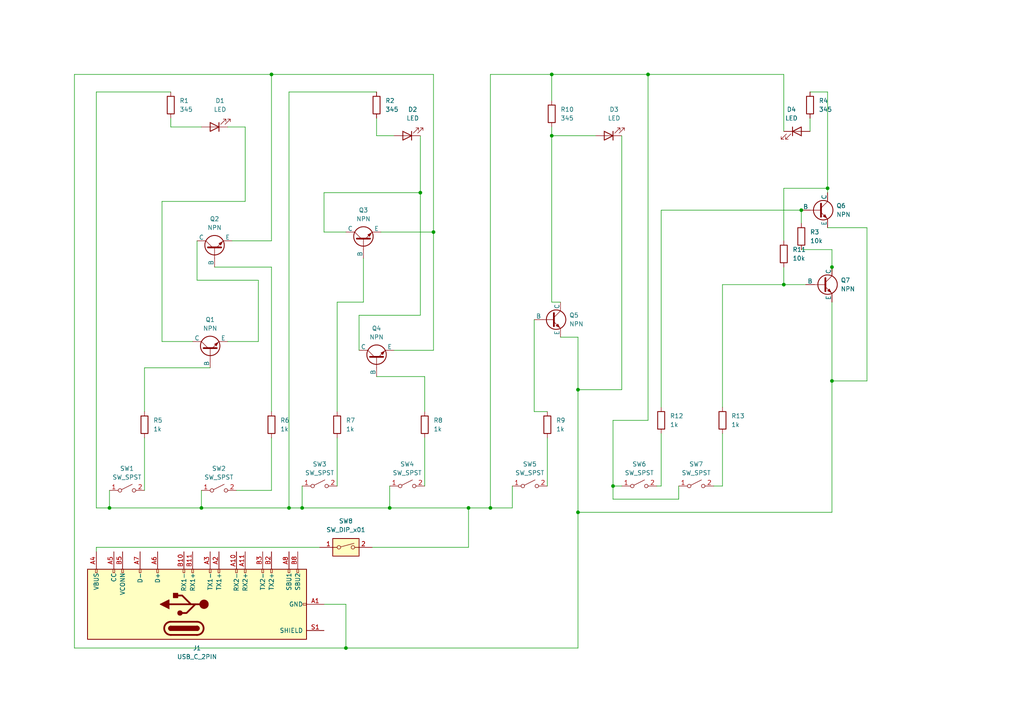
<source format=kicad_sch>
(kicad_sch (version 20231120) (generator "eeschema") (generator_version "8.0")
  (paper "A4")
  (lib_symbols
    (symbol "Connector:USB_C_Plug" (pin_names (offset 1.016))
      (property "Reference" "P" (at -10.16 29.21 0))
      (property "Value" "USB_C_Plug" (at 10.16 29.21 0))
      (symbol "USB_C_Plug_0_0"
        (rectangle (start -0.254 -35.56) (end 0.254 -34.544))
        (rectangle (start 10.16 -32.766) (end 9.144 -33.274))
        (rectangle (start 10.16 -30.226) (end 9.144 -30.734))
        (rectangle (start 10.16 -25.146) (end 9.144 -25.654))
        (rectangle (start 10.16 -22.606) (end 9.144 -23.114))
        (rectangle (start 10.16 -17.526) (end 9.144 -18.034))
        (rectangle (start 10.16 -14.986) (end 9.144 -15.494))
        (rectangle (start 10.16 -9.906) (end 9.144 -10.414))
        (rectangle (start 10.16 -7.366) (end 9.144 -7.874))
        (rectangle (start 10.16 -2.286) (end 9.144 -2.794))
        (rectangle (start 10.16 0.254) (end 9.144 -0.254))
        (rectangle (start 10.16 7.874) (end 9.144 7.366))
        (rectangle (start 10.16 12.954) (end 9.144 12.446))
        (rectangle (start 10.16 18.034) (end 9.144 17.526))
        (rectangle (start 10.16 20.574) (end 9.144 20.066))
        (rectangle (start 10.16 25.654) (end 9.144 25.146))
      )
      (symbol "USB_C_Plug_0_1"
        (rectangle (start -10.16 27.94) (end 10.16 -35.56) (stroke (width 0.254)) (fill (type background)))
        (arc (start -8.89 -3.81) (mid -6.985 -5.7067) (end -5.08 -3.81) (stroke (width 0.508)))
        (arc (start -7.62 -3.81) (mid -6.985 -4.4423) (end -6.35 -3.81) (stroke (width 0.254)))
        (arc (start -7.62 -3.81) (mid -6.985 -4.4423) (end -6.35 -3.81) (stroke (width 0.254)) (fill (type outline)))
        (rectangle (start -7.62 -3.81) (end -6.35 3.81) (stroke (width 0.254)) (fill (type outline)))
        (arc (start -6.35 3.81) (mid -6.985 4.4423) (end -7.62 3.81) (stroke (width 0.254)))
        (arc (start -6.35 3.81) (mid -6.985 4.4423) (end -7.62 3.81) (stroke (width 0.254)) (fill (type outline)))
        (arc (start -5.08 3.81) (mid -6.985 5.7067) (end -8.89 3.81) (stroke (width 0.508)))
        (polyline (pts (xy -8.89 -3.81) (xy -8.89 3.81)) (stroke (width 0.508)))
        (polyline (pts (xy -5.08 3.81) (xy -5.08 -3.81)) (stroke (width 0.508)))
      )
      (symbol "USB_C_Plug_1_1"
        (circle (center -2.54 1.143) (radius 0.635) (stroke (width 0.254)) (fill (type outline)))
        (circle (center 0 -5.842) (radius 1.27) (fill (type outline)))
        (polyline (pts (xy 0 -5.842) (xy 0 4.318)) (stroke (width 0.508)))
        (polyline (pts (xy 0 -3.302) (xy -2.54 -0.762) (xy -2.54 0.508)) (stroke (width 0.508)))
        (polyline (pts (xy 0 -2.032) (xy 2.54 0.508) (xy 2.54 1.778)) (stroke (width 0.508)))
        (polyline (pts (xy -1.27 4.318) (xy 0 6.858) (xy 1.27 4.318) (xy -1.27 4.318)) (stroke (width 0.254)) (fill (type outline)))
        (rectangle (start 1.905 1.778) (end 3.175 3.048) (stroke (width 0.254)) (fill (type outline)))
        (pin passive line (at 0 -40.64 90) (length 5.08) (name "GND") (number "A1"))
        (pin bidirectional line (at 15.24 -15.24 180) (length 5.08) (name "RX2-") (number "A10"))
        (pin bidirectional line (at 15.24 -17.78 180) (length 5.08) (name "RX2+") (number "A11"))
        (pin passive line (at 0 -40.64 90) (length 5.08) hide (name "GND") (number "A12"))
        (pin bidirectional line (at 15.24 -10.16 180) (length 5.08) (name "TX1+") (number "A2"))
        (pin bidirectional line (at 15.24 -7.62 180) (length 5.08) (name "TX1-") (number "A3"))
        (pin passive line (at 15.24 25.4 180) (length 5.08) (name "VBUS") (number "A4"))
        (pin bidirectional line (at 15.24 20.32 180) (length 5.08) (name "CC") (number "A5"))
        (pin bidirectional line (at 15.24 7.62 180) (length 5.08) (name "D+") (number "A6"))
        (pin bidirectional line (at 15.24 12.7 180) (length 5.08) (name "D-") (number "A7"))
        (pin bidirectional line (at 15.24 -30.48 180) (length 5.08) (name "SBU1") (number "A8"))
        (pin passive line (at 15.24 25.4 180) (length 5.08) hide (name "VBUS") (number "A9"))
        (pin passive line (at 0 -40.64 90) (length 5.08) hide (name "GND") (number "B1"))
        (pin bidirectional line (at 15.24 0 180) (length 5.08) (name "RX1-") (number "B10"))
        (pin bidirectional line (at 15.24 -2.54 180) (length 5.08) (name "RX1+") (number "B11"))
        (pin passive line (at 0 -40.64 90) (length 5.08) hide (name "GND") (number "B12"))
        (pin bidirectional line (at 15.24 -25.4 180) (length 5.08) (name "TX2+") (number "B2"))
        (pin bidirectional line (at 15.24 -22.86 180) (length 5.08) (name "TX2-") (number "B3"))
        (pin passive line (at 15.24 25.4 180) (length 5.08) hide (name "VBUS") (number "B4"))
        (pin bidirectional line (at 15.24 17.78 180) (length 5.08) (name "VCONN") (number "B5"))
        (pin bidirectional line (at 15.24 -33.02 180) (length 5.08) (name "SBU2") (number "B8"))
        (pin passive line (at 15.24 25.4 180) (length 5.08) hide (name "VBUS") (number "B9"))
        (pin passive line (at -7.62 -40.64 90) (length 5.08) (name "SHIELD") (number "S1"))
      )
    )
    (symbol "Device:LED" (pin_numbers hide) (pin_names (offset 1.016) hide)
      (property "Reference" "D" (at 0 2.54 0))
      (property "Value" "LED" (at 0 -2.54 0))
      (symbol "LED_0_1"
        (polyline (pts (xy -1.27 -1.27) (xy -1.27 1.27)) (stroke (width 0.254)))
        (polyline (pts (xy -1.27 0) (xy 1.27 0)))
        (polyline (pts (xy 1.27 -1.27) (xy 1.27 1.27) (xy -1.27 0) (xy 1.27 -1.27)) (stroke (width 0.254)))
        (polyline (pts (xy -3.048 -0.762) (xy -4.572 -2.286) (xy -3.81 -2.286) (xy -4.572 -2.286) (xy -4.572 -1.524)))
        (polyline (pts (xy -1.778 -0.762) (xy -3.302 -2.286) (xy -2.54 -2.286) (xy -3.302 -2.286) (xy -3.302 -1.524)))
      )
      (symbol "LED_1_1"
        (pin passive line (at -3.81 0 0) (length 2.54) (name "K") (number "1"))
        (pin passive line (at 3.81 0 180) (length 2.54) (name "A") (number "2"))
      )
    )
    (symbol "Device:R" (pin_numbers hide) (pin_names (offset 0))
      (property "Reference" "R" (at 2.032 0 90))
      (property "Value" "R" (at 0 0 90))
      (symbol "R_0_1"
        (rectangle (start -1.016 -2.54) (end 1.016 2.54) (stroke (width 0.254)))
      )
      (symbol "R_1_1"
        (pin passive line (at 0 3.81 270) (length 1.27) (name "~") (number "1"))
        (pin passive line (at 0 -3.81 90) (length 1.27) (name "~") (number "2"))
      )
    )
    (symbol "Simulation_SPICE:NPN" (pin_numbers hide) (pin_names (offset 0))
      (property "Reference" "Q" (at -2.54 7.62 0))
      (property "Value" "NPN" (at -2.54 5.08 0))
      (symbol "NPN_0_1"
        (polyline (pts (xy -2.54 0) (xy 0.635 0)) (stroke (width 0.1524)))
        (polyline (pts (xy 0.635 0.635) (xy 2.54 2.54)))
        (polyline (pts (xy 2.794 -1.27) (xy 2.794 -1.27)) (stroke (width 0.1524)))
        (polyline (pts (xy 2.794 -1.27) (xy 2.794 -1.27)) (stroke (width 0.1524)))
        (polyline (pts (xy 0.635 -0.635) (xy 2.54 -2.54) (xy 2.54 -2.54)))
        (polyline (pts (xy 0.635 1.905) (xy 0.635 -1.905) (xy 0.635 -1.905)) (stroke (width 0.508)))
        (polyline (pts (xy 1.27 -1.778) (xy 1.778 -1.27) (xy 2.286 -2.286) (xy 1.27 -1.778) (xy 1.27 -1.778)) (fill (type outline)))
        (circle (center 1.27 0) (radius 2.8194) (stroke (width 0.254)))
      )
      (symbol "NPN_1_1"
        (pin open_collector line (at 2.54 5.08 270) (length 2.54) (name "C") (number "1"))
        (pin input line (at -5.08 0 0) (length 2.54) (name "B") (number "2"))
        (pin open_emitter line (at 2.54 -5.08 90) (length 2.54) (name "E") (number "3"))
      )
    )
    (symbol "Switch:SW_DIP_x01" (pin_names (offset 0) hide)
      (property "Reference" "SW" (at 0 3.81 0))
      (property "Value" "SW_DIP_x01" (at 0 -3.81 0))
      (symbol "SW_DIP_x01_0_0"
        (circle (center -2.032 0) (radius 0.508))
        (polyline (pts (xy -1.524 0.127) (xy 2.3622 1.1684)))
        (circle (center 2.032 0) (radius 0.508))
      )
      (symbol "SW_DIP_x01_0_1"
        (rectangle (start -3.81 2.54) (end 3.81 -2.54) (stroke (width 0.254)) (fill (type background)))
      )
      (symbol "SW_DIP_x01_1_1"
        (pin passive line (at -7.62 0 0) (length 5.08) (name "~") (number "1"))
        (pin passive line (at 7.62 0 180) (length 5.08) (name "~") (number "2"))
      )
    )
    (symbol "Switch:SW_SPST" (pin_names (offset 0) hide)
      (property "Reference" "SW" (at 0 3.175 0))
      (property "Value" "SW_SPST" (at 0 -2.54 0))
      (symbol "SW_SPST_0_0"
        (circle (center -2.032 0) (radius 0.508))
        (polyline (pts (xy -1.524 0.254) (xy 1.524 1.778)))
        (circle (center 2.032 0) (radius 0.508))
      )
      (symbol "SW_SPST_1_1"
        (pin passive line (at -5.08 0 0) (length 2.54) (name "A") (number "1"))
        (pin passive line (at 5.08 0 180) (length 2.54) (name "B") (number "2"))
      )
    )
  )
  (junction (at 142.24 147.32))
  (junction (at 100.33 187.96))
  (junction (at 121.92 55.88))
  (junction (at 31.75 147.32))
  (junction (at 87.63 147.32))
  (junction (at 58.42 147.32))
  (junction (at 167.64 148.59))
  (junction (at 241.3 110.49))
  (junction (at 83.82 147.32))
  (junction (at 240.03 54.61))
  (junction (at 227.33 82.55))
  (junction (at 187.96 21.59))
  (junction (at 113.03 147.32))
  (junction (at 160.02 39.37))
  (junction (at 232.41 60.96))
  (junction (at 135.89 147.32))
  (junction (at 125.73 67.31))
  (junction (at 167.64 113.03))
  (junction (at 177.8 140.97))
  (junction (at 160.02 21.59))
  (junction (at 241.3 77.47))
  (junction (at 78.74 21.59))
  (wire (pts (xy 97.79 87.63) (xy 97.79 119.38)))
  (wire (pts (xy 21.59 21.59) (xy 21.59 187.96)))
  (wire (pts (xy 251.46 110.49) (xy 241.3 110.49)))
  (wire (pts (xy 142.24 147.32) (xy 135.89 147.32)))
  (wire (pts (xy 121.92 39.37) (xy 121.92 55.88)))
  (wire (pts (xy 241.3 72.39) (xy 241.3 77.47)))
  (wire (pts (xy 107.95 158.75) (xy 135.89 158.75)))
  (wire (pts (xy 41.91 106.68) (xy 41.91 119.38)))
  (wire (pts (xy 207.01 140.97) (xy 209.55 140.97)))
  (wire (pts (xy 110.49 67.31) (xy 125.73 67.31)))
  (wire (pts (xy 58.42 147.32) (xy 83.82 147.32)))
  (wire (pts (xy 180.34 113.03) (xy 167.64 113.03)))
  (wire (pts (xy 31.75 147.32) (xy 27.94 147.32)))
  (wire (pts (xy 180.34 39.37) (xy 180.34 113.03)))
  (wire (pts (xy 71.12 36.83) (xy 71.12 58.42)))
  (wire (pts (xy 93.98 175.26) (xy 100.33 175.26)))
  (wire (pts (xy 154.94 92.71) (xy 154.94 119.38)))
  (wire (pts (xy 21.59 187.96) (xy 100.33 187.96)))
  (wire (pts (xy 31.75 147.32) (xy 31.75 142.24)))
  (wire (pts (xy 241.3 72.39) (xy 232.41 72.39)))
  (wire (pts (xy 97.79 127) (xy 97.79 140.97)))
  (wire (pts (xy 71.12 36.83) (xy 66.04 36.83)))
  (wire (pts (xy 104.14 101.6) (xy 104.14 91.44)))
  (wire (pts (xy 46.99 99.06) (xy 55.88 99.06)))
  (wire (pts (xy 135.89 147.32) (xy 113.03 147.32)))
  (wire (pts (xy 125.73 21.59) (xy 125.73 67.31)))
  (wire (pts (xy 67.31 69.85) (xy 78.74 69.85)))
  (wire (pts (xy 105.41 87.63) (xy 105.41 74.93)))
  (wire (pts (xy 104.14 91.44) (xy 121.92 91.44)))
  (wire (pts (xy 71.12 58.42) (xy 46.99 58.42)))
  (wire (pts (xy 66.04 99.06) (xy 74.93 99.06)))
  (wire (pts (xy 158.75 127) (xy 158.75 140.97)))
  (wire (pts (xy 121.92 91.44) (xy 121.92 55.88)))
  (wire (pts (xy 227.33 82.55) (xy 233.68 82.55)))
  (wire (pts (xy 113.03 140.97) (xy 113.03 147.32)))
  (wire (pts (xy 27.94 26.67) (xy 49.53 26.67)))
  (wire (pts (xy 142.24 21.59) (xy 160.02 21.59)))
  (wire (pts (xy 97.79 87.63) (xy 105.41 87.63)))
  (wire (pts (xy 125.73 67.31) (xy 125.73 101.6)))
  (wire (pts (xy 162.56 97.79) (xy 167.64 97.79)))
  (wire (pts (xy 109.22 39.37) (xy 109.22 34.29)))
  (wire (pts (xy 187.96 21.59) (xy 227.33 21.59)))
  (wire (pts (xy 180.34 140.97) (xy 177.8 140.97)))
  (wire (pts (xy 209.55 140.97) (xy 209.55 125.73)))
  (wire (pts (xy 27.94 26.67) (xy 27.94 147.32)))
  (wire (pts (xy 78.74 77.47) (xy 78.74 119.38)))
  (wire (pts (xy 83.82 147.32) (xy 87.63 147.32)))
  (wire (pts (xy 93.98 55.88) (xy 121.92 55.88)))
  (wire (pts (xy 49.53 36.83) (xy 58.42 36.83)))
  (wire (pts (xy 160.02 21.59) (xy 160.02 29.21)))
  (wire (pts (xy 49.53 36.83) (xy 49.53 34.29)))
  (wire (pts (xy 191.77 60.96) (xy 232.41 60.96)))
  (wire (pts (xy 87.63 147.32) (xy 113.03 147.32)))
  (wire (pts (xy 87.63 140.97) (xy 87.63 147.32)))
  (wire (pts (xy 209.55 82.55) (xy 227.33 82.55)))
  (wire (pts (xy 78.74 77.47) (xy 62.23 77.47)))
  (wire (pts (xy 191.77 118.11) (xy 191.77 60.96)))
  (wire (pts (xy 234.95 34.29) (xy 234.95 38.1)))
  (wire (pts (xy 240.03 26.67) (xy 240.03 54.61)))
  (wire (pts (xy 93.98 55.88) (xy 93.98 67.31)))
  (wire (pts (xy 191.77 140.97) (xy 191.77 125.73)))
  (wire (pts (xy 240.03 26.67) (xy 234.95 26.67)))
  (wire (pts (xy 241.3 110.49) (xy 241.3 148.59)))
  (wire (pts (xy 187.96 121.92) (xy 177.8 121.92)))
  (wire (pts (xy 187.96 21.59) (xy 187.96 121.92)))
  (wire (pts (xy 148.59 147.32) (xy 142.24 147.32)))
  (wire (pts (xy 46.99 58.42) (xy 46.99 99.06)))
  (wire (pts (xy 227.33 54.61) (xy 227.33 69.85)))
  (wire (pts (xy 114.3 39.37) (xy 109.22 39.37)))
  (wire (pts (xy 167.64 113.03) (xy 167.64 148.59)))
  (wire (pts (xy 58.42 142.24) (xy 58.42 147.32)))
  (wire (pts (xy 92.71 158.75) (xy 27.94 158.75)))
  (wire (pts (xy 251.46 66.04) (xy 251.46 110.49)))
  (wire (pts (xy 27.94 158.75) (xy 27.94 160.02)))
  (wire (pts (xy 227.33 21.59) (xy 227.33 38.1)))
  (wire (pts (xy 227.33 77.47) (xy 227.33 82.55)))
  (wire (pts (xy 160.02 36.83) (xy 160.02 39.37)))
  (wire (pts (xy 100.33 175.26) (xy 100.33 187.96)))
  (wire (pts (xy 78.74 127) (xy 78.74 142.24)))
  (wire (pts (xy 123.19 127) (xy 123.19 140.97)))
  (wire (pts (xy 58.42 147.32) (xy 31.75 147.32)))
  (wire (pts (xy 158.75 119.38) (xy 154.94 119.38)))
  (wire (pts (xy 160.02 39.37) (xy 160.02 87.63)))
  (wire (pts (xy 196.85 144.78) (xy 196.85 140.97)))
  (wire (pts (xy 123.19 109.22) (xy 109.22 109.22)))
  (wire (pts (xy 241.3 148.59) (xy 167.64 148.59)))
  (wire (pts (xy 160.02 21.59) (xy 187.96 21.59)))
  (wire (pts (xy 74.93 81.28) (xy 57.15 81.28)))
  (wire (pts (xy 93.98 67.31) (xy 100.33 67.31)))
  (wire (pts (xy 160.02 39.37) (xy 172.72 39.37)))
  (wire (pts (xy 41.91 127) (xy 41.91 142.24)))
  (wire (pts (xy 177.8 144.78) (xy 196.85 144.78)))
  (wire (pts (xy 78.74 142.24) (xy 68.58 142.24)))
  (wire (pts (xy 177.8 140.97) (xy 177.8 144.78)))
  (wire (pts (xy 78.74 21.59) (xy 125.73 21.59)))
  (wire (pts (xy 109.22 26.67) (xy 83.82 26.67)))
  (wire (pts (xy 123.19 109.22) (xy 123.19 119.38)))
  (wire (pts (xy 83.82 26.67) (xy 83.82 147.32)))
  (wire (pts (xy 21.59 21.59) (xy 78.74 21.59)))
  (wire (pts (xy 240.03 66.04) (xy 251.46 66.04)))
  (wire (pts (xy 41.91 106.68) (xy 60.96 106.68)))
  (wire (pts (xy 142.24 21.59) (xy 142.24 147.32)))
  (wire (pts (xy 100.33 187.96) (xy 167.64 187.96)))
  (wire (pts (xy 177.8 121.92) (xy 177.8 140.97)))
  (wire (pts (xy 148.59 140.97) (xy 148.59 147.32)))
  (wire (pts (xy 114.3 101.6) (xy 125.73 101.6)))
  (wire (pts (xy 241.3 77.47) (xy 241.3 78.74)))
  (wire (pts (xy 160.02 87.63) (xy 162.56 87.63)))
  (wire (pts (xy 227.33 54.61) (xy 240.03 54.61)))
  (wire (pts (xy 232.41 60.96) (xy 232.41 64.77)))
  (wire (pts (xy 241.3 87.63) (xy 241.3 110.49)))
  (wire (pts (xy 167.64 148.59) (xy 167.64 187.96)))
  (wire (pts (xy 190.5 140.97) (xy 191.77 140.97)))
  (wire (pts (xy 209.55 118.11) (xy 209.55 82.55)))
  (wire (pts (xy 78.74 69.85) (xy 78.74 21.59)))
  (wire (pts (xy 57.15 81.28) (xy 57.15 69.85)))
  (wire (pts (xy 240.03 54.61) (xy 240.03 55.88)))
  (wire (pts (xy 135.89 147.32) (xy 135.89 158.75)))
  (wire (pts (xy 167.64 97.79) (xy 167.64 113.03)))
  (wire (pts (xy 74.93 99.06) (xy 74.93 81.28)))
  (symbol (lib_id "Simulation_SPICE:NPN") (at 237.49 60.96 0) (unit 1)
    (property "Reference" "Q6" (at 242.57 59.6899 0) (effects (justify left)))
    (property "Value" "NPN" (at 242.57 62.2299 0) (effects (justify left)))
    (property "Footprint" "Package_TO_SOT_THT:TO-92L_HandSolder" (effects (hide yes)))
    (property "Datasheet" "https://ngspice.sourceforge.io/docs/ngspice-html-manual/manual.xhtml#cha_BJTs" (effects (hide yes)))
    (property "Description" "Bipolar transistor symbol for simulation only, substrate tied to the emitter" (effects (hide yes)))
    (property "Sim.Device" "NPN" (effects (hide yes)))
    (property "Sim.Type" "GUMMELPOON" (effects (hide yes)))
    (property "Sim.Pins" "1=C 2=B 3=E" (effects (hide yes)))
  )
  (symbol (lib_id "Device:LED") (at 176.53 39.37 180) (unit 1)
    (property "Reference" "D3" (at 178.1175 31.75 0))
    (property "Value" "LED" (at 178.1175 34.29 0))
    (property "Footprint" "LED_THT:LED_D5.0mm" (effects (hide yes)))
    (property "Description" "Light emitting diode" (effects (hide yes)))
  )
  (symbol (lib_id "Switch:SW_DIP_x01") (at 100.33 158.75 0) (unit 1)
    (property "Reference" "SW8" (at 100.33 151.13 0))
    (property "Value" "SW_DIP_x01" (at 100.33 153.67 0))
    (property "Footprint" "Button_Switch_THT:SW_CK_JS202011CQN_DPDT_Straight" (effects (hide yes)))
    (property "Description" "1x DIP Switch, Single Pole Single Throw (SPST) switch, small symbol" (effects (hide yes)))
  )
  (symbol (lib_id "Switch:SW_SPST") (at 92.71 140.97 0) (unit 1)
    (property "Reference" "SW3" (at 92.71 134.62 0))
    (property "Value" "SW_SPST" (at 92.71 137.16 0))
    (property "Footprint" "Button_Switch_THT:SW_Push_2P1T_Toggle_CK_PVA1xxH1xxxxxxV2" (effects (hide yes)))
    (property "Description" "Single Pole Single Throw (SPST) switch" (effects (hide yes)))
  )
  (symbol (lib_id "Switch:SW_SPST") (at 118.11 140.97 0) (unit 1)
    (property "Reference" "SW4" (at 118.11 134.62 0))
    (property "Value" "SW_SPST" (at 118.11 137.16 0))
    (property "Footprint" "Button_Switch_THT:SW_Push_2P1T_Toggle_CK_PVA1xxH1xxxxxxV2" (effects (hide yes)))
    (property "Description" "Single Pole Single Throw (SPST) switch" (effects (hide yes)))
  )
  (symbol (lib_id "Device:R") (at 109.22 30.48 0) (unit 1)
    (property "Reference" "R2" (at 111.76 29.2099 0) (effects (justify left)))
    (property "Value" "345" (at 111.76 31.7499 0) (effects (justify left)))
    (property "Footprint" "Resistor_THT:R_Axial_DIN0207_L6.3mm_D2.5mm_P10.16mm_Horizontal" (effects (hide yes)))
    (property "Description" "Resistor" (effects (hide yes)))
  )
  (symbol (lib_id "Device:R") (at 97.79 123.19 0) (unit 1)
    (property "Reference" "R7" (at 100.33 121.9199 0) (effects (justify left)))
    (property "Value" "1k" (at 100.33 124.4599 0) (effects (justify left)))
    (property "Footprint" "Resistor_THT:R_Axial_DIN0207_L6.3mm_D2.5mm_P10.16mm_Horizontal" (effects (hide yes)))
    (property "Description" "Resistor" (effects (hide yes)))
  )
  (symbol (lib_id "Device:R") (at 232.41 68.58 0) (unit 1)
    (property "Reference" "R3" (at 234.95 67.3099 0) (effects (justify left)))
    (property "Value" "10k" (at 234.95 69.8499 0) (effects (justify left)))
    (property "Footprint" "Resistor_THT:R_Axial_DIN0207_L6.3mm_D2.5mm_P10.16mm_Horizontal" (effects (hide yes)))
    (property "Description" "Resistor" (effects (hide yes)))
  )
  (symbol (lib_id "Simulation_SPICE:NPN") (at 160.02 92.71 0) (unit 1)
    (property "Reference" "Q5" (at 165.1 91.4399 0) (effects (justify left)))
    (property "Value" "NPN" (at 165.1 93.9799 0) (effects (justify left)))
    (property "Footprint" "Package_TO_SOT_THT:TO-92L_HandSolder" (effects (hide yes)))
    (property "Datasheet" "https://ngspice.sourceforge.io/docs/ngspice-html-manual/manual.xhtml#cha_BJTs" (effects (hide yes)))
    (property "Description" "Bipolar transistor symbol for simulation only, substrate tied to the emitter" (effects (hide yes)))
    (property "Sim.Device" "NPN" (effects (hide yes)))
    (property "Sim.Type" "GUMMELPOON" (effects (hide yes)))
    (property "Sim.Pins" "1=C 2=B 3=E" (effects (hide yes)))
  )
  (symbol (lib_id "Device:R") (at 191.77 121.92 0) (unit 1)
    (property "Reference" "R12" (at 194.31 120.6499 0) (effects (justify left)))
    (property "Value" "1k" (at 194.31 123.1899 0) (effects (justify left)))
    (property "Footprint" "Resistor_THT:R_Axial_DIN0207_L6.3mm_D2.5mm_P10.16mm_Horizontal" (effects (hide yes)))
    (property "Description" "Resistor" (effects (hide yes)))
  )
  (symbol (lib_id "Device:LED") (at 231.14 38.1 0) (unit 1)
    (property "Reference" "D4" (at 229.5525 31.75 0))
    (property "Value" "LED" (at 229.5525 34.29 0))
    (property "Footprint" "LED_THT:LED_D5.0mm" (effects (hide yes)))
    (property "Description" "Light emitting diode" (effects (hide yes)))
  )
  (symbol (lib_id "Switch:SW_SPST") (at 63.5 142.24 0) (unit 1)
    (property "Reference" "SW2" (at 63.5 135.89 0))
    (property "Value" "SW_SPST" (at 63.5 138.43 0))
    (property "Footprint" "Button_Switch_THT:SW_Push_2P1T_Toggle_CK_PVA1xxH1xxxxxxV2" (effects (hide yes)))
    (property "Description" "Single Pole Single Throw (SPST) switch" (effects (hide yes)))
  )
  (symbol (lib_id "Connector:USB_C_Plug") (at 53.34 175.26 90) (unit 1)
    (property "Reference" "J1" (at 57.15 187.96 90))
    (property "Value" "USB_C_2PIN" (at 57.15 190.5 90))
    (property "Footprint" "Connector_USB:USB_C_Receptacle_G-Switch_GT-USB-7010ASV" (effects (hide yes)))
    (property "Datasheet" "https://www.usb.org/sites/default/files/documents/usb_type-c.zip" (effects (hide yes)))
    (property "Description" "USB Type-C Plug connector" (effects (hide yes)))
  )
  (symbol (lib_id "Switch:SW_SPST") (at 36.83 142.24 0) (unit 1)
    (property "Reference" "SW1" (at 36.83 135.89 0))
    (property "Value" "SW_SPST" (at 36.83 138.43 0))
    (property "Footprint" "Button_Switch_THT:SW_Push_2P1T_Toggle_CK_PVA1xxH1xxxxxxV2" (effects (hide yes)))
    (property "Description" "Single Pole Single Throw (SPST) switch" (effects (hide yes)))
  )
  (symbol (lib_id "Device:R") (at 78.74 123.19 0) (unit 1)
    (property "Reference" "R6" (at 81.28 121.9199 0) (effects (justify left)))
    (property "Value" "1k" (at 81.28 124.4599 0) (effects (justify left)))
    (property "Footprint" "Resistor_THT:R_Axial_DIN0207_L6.3mm_D2.5mm_P10.16mm_Horizontal" (effects (hide yes)))
    (property "Description" "Resistor" (effects (hide yes)))
  )
  (symbol (lib_id "Device:R") (at 41.91 123.19 0) (unit 1)
    (property "Reference" "R5" (at 44.45 121.9199 0) (effects (justify left)))
    (property "Value" "1k" (at 44.45 124.4599 0) (effects (justify left)))
    (property "Footprint" "Resistor_THT:R_Axial_DIN0207_L6.3mm_D2.5mm_P10.16mm_Horizontal" (effects (hide yes)))
    (property "Description" "Resistor" (effects (hide yes)))
  )
  (symbol (lib_id "Device:R") (at 49.53 30.48 0) (unit 1)
    (property "Reference" "R1" (at 52.07 29.2099 0) (effects (justify left)))
    (property "Value" "345" (at 52.07 31.7499 0) (effects (justify left)))
    (property "Footprint" "Resistor_THT:R_Axial_DIN0207_L6.3mm_D2.5mm_P10.16mm_Horizontal" (effects (hide yes)))
    (property "Description" "Resistor" (effects (hide yes)))
  )
  (symbol (lib_id "Device:R") (at 158.75 123.19 0) (unit 1)
    (property "Reference" "R9" (at 161.29 121.9199 0) (effects (justify left)))
    (property "Value" "1k" (at 161.29 124.4599 0) (effects (justify left)))
    (property "Footprint" "Resistor_THT:R_Axial_DIN0207_L6.3mm_D2.5mm_P10.16mm_Horizontal" (effects (hide yes)))
    (property "Description" "Resistor" (effects (hide yes)))
  )
  (symbol (lib_id "Switch:SW_SPST") (at 201.93 140.97 0) (unit 1)
    (property "Reference" "SW7" (at 201.93 134.62 0))
    (property "Value" "SW_SPST" (at 201.93 137.16 0))
    (property "Footprint" "Button_Switch_THT:SW_Push_2P1T_Toggle_CK_PVA1xxH1xxxxxxV2" (effects (hide yes)))
    (property "Description" "Single Pole Single Throw (SPST) switch" (effects (hide yes)))
  )
  (symbol (lib_id "Switch:SW_SPST") (at 185.42 140.97 0) (unit 1)
    (property "Reference" "SW6" (at 185.42 134.62 0))
    (property "Value" "SW_SPST" (at 185.42 137.16 0))
    (property "Footprint" "Button_Switch_THT:SW_Push_2P1T_Toggle_CK_PVA1xxH1xxxxxxV2" (effects (hide yes)))
    (property "Description" "Single Pole Single Throw (SPST) switch" (effects (hide yes)))
  )
  (symbol (lib_id "Device:R") (at 227.33 73.66 0) (unit 1)
    (property "Reference" "R11" (at 229.87 72.3899 0) (effects (justify left)))
    (property "Value" "10k" (at 229.87 74.9299 0) (effects (justify left)))
    (property "Footprint" "Resistor_THT:R_Axial_DIN0207_L6.3mm_D2.5mm_P10.16mm_Horizontal" (effects (hide yes)))
    (property "Description" "Resistor" (effects (hide yes)))
  )
  (symbol (lib_id "Device:LED") (at 62.23 36.83 180) (unit 1)
    (property "Reference" "D1" (at 63.8175 29.21 0))
    (property "Value" "LED" (at 63.8175 31.75 0))
    (property "Footprint" "LED_THT:LED_D5.0mm" (effects (hide yes)))
    (property "Description" "Light emitting diode" (effects (hide yes)))
  )
  (symbol (lib_id "Device:R") (at 160.02 33.02 0) (unit 1)
    (property "Reference" "R10" (at 162.56 31.7499 0) (effects (justify left)))
    (property "Value" "345" (at 162.56 34.2899 0) (effects (justify left)))
    (property "Footprint" "Resistor_THT:R_Axial_DIN0207_L6.3mm_D2.5mm_P10.16mm_Horizontal" (effects (hide yes)))
    (property "Description" "Resistor" (effects (hide yes)))
  )
  (symbol (lib_id "Device:R") (at 209.55 121.92 0) (unit 1)
    (property "Reference" "R13" (at 212.09 120.6499 0) (effects (justify left)))
    (property "Value" "1k" (at 212.09 123.1899 0) (effects (justify left)))
    (property "Footprint" "Resistor_THT:R_Axial_DIN0207_L6.3mm_D2.5mm_P10.16mm_Horizontal" (effects (hide yes)))
    (property "Description" "Resistor" (effects (hide yes)))
  )
  (symbol (lib_id "Simulation_SPICE:NPN") (at 62.23 72.39 90) (unit 1)
    (property "Reference" "Q2" (at 62.23 63.5 90))
    (property "Value" "NPN" (at 62.23 66.04 90))
    (property "Footprint" "Package_TO_SOT_THT:TO-92L_HandSolder" (effects (hide yes)))
    (property "Datasheet" "https://ngspice.sourceforge.io/docs/ngspice-html-manual/manual.xhtml#cha_BJTs" (effects (hide yes)))
    (property "Description" "Bipolar transistor symbol for simulation only, substrate tied to the emitter" (effects (hide yes)))
    (property "Sim.Device" "NPN" (effects (hide yes)))
    (property "Sim.Type" "GUMMELPOON" (effects (hide yes)))
    (property "Sim.Pins" "1=C 2=B 3=E" (effects (hide yes)))
  )
  (symbol (lib_id "Switch:SW_SPST") (at 153.67 140.97 0) (unit 1)
    (property "Reference" "SW5" (at 153.67 134.62 0))
    (property "Value" "SW_SPST" (at 153.67 137.16 0))
    (property "Footprint" "Button_Switch_THT:SW_Push_2P1T_Toggle_CK_PVA1xxH1xxxxxxV2" (effects (hide yes)))
    (property "Description" "Single Pole Single Throw (SPST) switch" (effects (hide yes)))
  )
  (symbol (lib_id "Simulation_SPICE:NPN") (at 60.96 101.6 90) (unit 1)
    (property "Reference" "Q1" (at 60.96 92.71 90))
    (property "Value" "NPN" (at 60.96 95.25 90))
    (property "Footprint" "Package_TO_SOT_THT:TO-92L_HandSolder" (effects (hide yes)))
    (property "Datasheet" "https://ngspice.sourceforge.io/docs/ngspice-html-manual/manual.xhtml#cha_BJTs" (effects (hide yes)))
    (property "Description" "Bipolar transistor symbol for simulation only, substrate tied to the emitter" (effects (hide yes)))
    (property "Sim.Device" "NPN" (effects (hide yes)))
    (property "Sim.Type" "GUMMELPOON" (effects (hide yes)))
    (property "Sim.Pins" "1=C 2=B 3=E" (effects (hide yes)))
  )
  (symbol (lib_id "Device:R") (at 234.95 30.48 0) (unit 1)
    (property "Reference" "R4" (at 237.49 29.2099 0) (effects (justify left)))
    (property "Value" "345" (at 237.49 31.7499 0) (effects (justify left)))
    (property "Footprint" "Resistor_THT:R_Axial_DIN0207_L6.3mm_D2.5mm_P10.16mm_Horizontal" (effects (hide yes)))
    (property "Description" "Resistor" (effects (hide yes)))
  )
  (symbol (lib_id "Simulation_SPICE:NPN") (at 105.41 69.85 90) (unit 1)
    (property "Reference" "Q3" (at 105.41 60.96 90))
    (property "Value" "NPN" (at 105.41 63.5 90))
    (property "Footprint" "Package_TO_SOT_THT:TO-92L_HandSolder" (effects (hide yes)))
    (property "Datasheet" "https://ngspice.sourceforge.io/docs/ngspice-html-manual/manual.xhtml#cha_BJTs" (effects (hide yes)))
    (property "Description" "Bipolar transistor symbol for simulation only, substrate tied to the emitter" (effects (hide yes)))
    (property "Sim.Device" "NPN" (effects (hide yes)))
    (property "Sim.Type" "GUMMELPOON" (effects (hide yes)))
    (property "Sim.Pins" "1=C 2=B 3=E" (effects (hide yes)))
  )
  (symbol (lib_id "Simulation_SPICE:NPN") (at 238.76 82.55 0) (unit 1)
    (property "Reference" "Q7" (at 243.84 81.2799 0) (effects (justify left)))
    (property "Value" "NPN" (at 243.84 83.8199 0) (effects (justify left)))
    (property "Footprint" "Package_TO_SOT_THT:TO-92L_HandSolder" (effects (hide yes)))
    (property "Datasheet" "https://ngspice.sourceforge.io/docs/ngspice-html-manual/manual.xhtml#cha_BJTs" (effects (hide yes)))
    (property "Description" "Bipolar transistor symbol for simulation only, substrate tied to the emitter" (effects (hide yes)))
    (property "Sim.Device" "NPN" (effects (hide yes)))
    (property "Sim.Type" "GUMMELPOON" (effects (hide yes)))
    (property "Sim.Pins" "1=C 2=B 3=E" (effects (hide yes)))
  )
  (symbol (lib_id "Device:R") (at 123.19 123.19 0) (unit 1)
    (property "Reference" "R8" (at 125.73 121.9199 0) (effects (justify left)))
    (property "Value" "1k" (at 125.73 124.4599 0) (effects (justify left)))
    (property "Footprint" "Resistor_THT:R_Axial_DIN0207_L6.3mm_D2.5mm_P10.16mm_Horizontal" (effects (hide yes)))
    (property "Description" "Resistor" (effects (hide yes)))
  )
  (symbol (lib_id "Device:LED") (at 118.11 39.37 180) (unit 1)
    (property "Reference" "D2" (at 119.6975 31.75 0))
    (property "Value" "LED" (at 119.6975 34.29 0))
    (property "Footprint" "LED_THT:LED_D5.0mm" (effects (hide yes)))
    (property "Description" "Light emitting diode" (effects (hide yes)))
  )
  (symbol (lib_id "Simulation_SPICE:NPN") (at 109.22 104.14 90) (unit 1)
    (property "Reference" "Q4" (at 109.22 95.25 90))
    (property "Value" "NPN" (at 109.22 97.79 90))
    (property "Footprint" "Package_TO_SOT_THT:TO-92L_HandSolder" (effects (hide yes)))
    (property "Datasheet" "https://ngspice.sourceforge.io/docs/ngspice-html-manual/manual.xhtml#cha_BJTs" (effects (hide yes)))
    (property "Description" "Bipolar transistor symbol for simulation only, substrate tied to the emitter" (effects (hide yes)))
    (property "Sim.Device" "NPN" (effects (hide yes)))
    (property "Sim.Type" "GUMMELPOON" (effects (hide yes)))
    (property "Sim.Pins" "1=C 2=B 3=E" (effects (hide yes)))
  )
)
</source>
